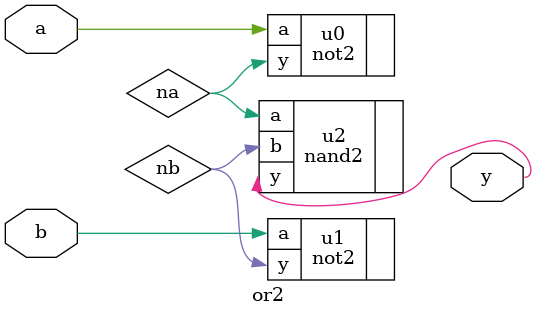
<source format=v>
module or2(input a, input b, output y);
  wire na, nb;
  not2 u0 (.a(a), .y(na));
  not2 u1 (.a(b), .y(nb));
  nand2 u2 (.a(na), .b(nb), .y(y)); // OR = NAND(NOT a, NOT b)
endmodule

</source>
